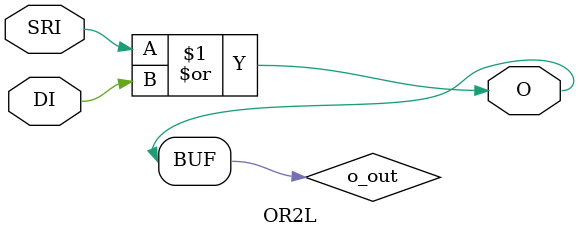
<source format=v>

`timescale  1 ps / 1 ps

module OR2L (O, DI, SRI);

    output O;

    input  SRI, DI;
    
    wire o_out;

    assign O = o_out;
    or O1 (o_out, SRI, DI);

endmodule

</source>
